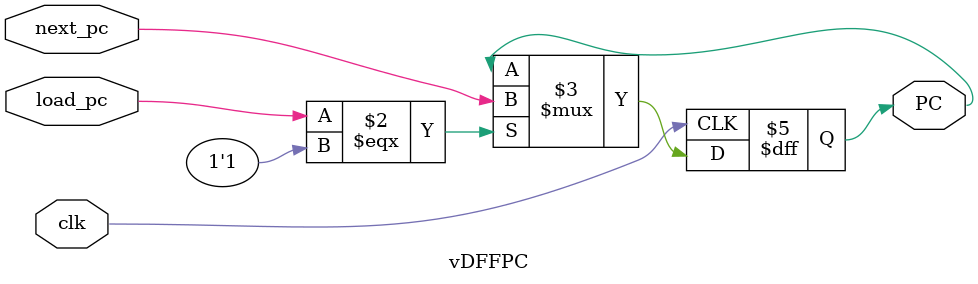
<source format=v>

`define RN 3'b100
`define RD 3'b010
`define RM 3'b001

module cpu(clk,
           reset,
           write_data,
           N,
           V,
           Z,
           w,
           mem_addr,
           mem_cmd,
           read_data);
  input clk, reset;
  output N, V, Z, w;
  // Do not change above this line.
  
  // instruction decoder stuff
  wire [15:0] instruction,sximm5, sximm8;
  wire [2:0] nsel,  opcode, readnum, writenum;
  wire [1:0] ALUop, op, shift;
  
  // datapath wires
  wire [3:0] vsel;
  wire [15:0] mdata;
  wire [8:0] PC;
  wire write, loada, loadb, loadc, loads, asel, bsel;
  
  //Lab7 FSM new stuff
  output [8:0] mem_addr;
  output [1:0] mem_cmd;
  output [15:0] write_data;
  input [15:0] read_data;
  wire load_pc, load_ir, reset_pc, addr_sel, m_cmd;
  wire load_addr;
  
  //Data Address declarations
  wire [8:0] dataAddressOut;
 
  //set to zero for lab6 only
  
  // Datapath instantiation with dot notation
  datapath DP(
  .clk(clk),
  .readnum(readnum),
  .vsel(vsel),
  .loada(loada),
  .loadb(loadb),
  .shift(shift),
  .asel(asel),
  .bsel(bsel),
  .ALUop(ALUop),
  .loadc(loadc),
  .loads(loads),
  .writenum(writenum),
  .write(write),
  .datapath_in(sximm8),
  .sximm5(sximm5),
  .mdata(read_data),
  .PC(PC),
  .Z_out(Z),
  .V_out(V),
  .N_out(N),
  .datapath_out(write_data));
  
  // Instruction register without dot notation
  regLoad #(16) instructionRegister(clk, load_ir, read_data, instruction);
  
  // Instruction decoder instantiation with dot notation
  instructionDecoder instructionDecoded(
  .nsel(nsel),
  .instruction(instruction),
  .ALUop(ALUop),
  .sximm5(sximm5),
  .sximm8(sximm8),
  .readnum(readnum),
  .writenum(writenum),
  .opcode(opcode),
  .op(op),
  .shift(shift));

  // Instantiates the datapath controller FSM using dot notation
  InstructionSM FSM(.clk(clk),
                     .reset(reset),
                    .w(w), 		//May also have to delete unsure
                     .nsel(nsel),
                     .loada(loada),
                     .loadb(loadb),
                     .loadc(loadc),
                     .loads(loads),
                     .vsel(vsel),
                     .write(write),
                     .opcode(opcode),
                     .op(op),
                     .asel(asel),
                    .bsel(bsel),      
                    .addr_sel(addr_sel),
                    .load_pc(load_pc),
                    .reset_pc(reset_pc),
                    .load_ir(load_ir),
                    .m_cmd(mem_cmd),
                    .load_addr(load_addr)
                   );
  
  //Instantiates entire Program Counter, which includes the adding and the mux
  ProgramCounter #(9) pc(clk, reset_pc, load_pc, PC);
  
  //Data Address vDFF
  regLoad #(9) dataAddress(clk, load_addr, write_data[8:0], dataAddressOut);
  
  //takes output of Program Counter and 0's and mux them based on addr_sel
  assign mem_addr = addr_sel ? PC : dataAddressOut;

  
endmodule
  
  
  module instructionDecoder(nsel, instruction, ALUop, sximm5, sximm8, readnum, writenum, opcode, op, shift);
    input [15:0] instruction;
    input[2:0] nsel;
    output [1:0] ALUop, op, shift;
    output[2:0] opcode, readnum, writenum;
    output[15:0] sximm5, sximm8;
    
    // Determines readnum based on which register is selected by nsel: Rd, Rn, or Rm
    Mux3 #(3) regNum(instruction[2:0], instruction[7:5], instruction[10:8], nsel, readnum);
    // Since writenum is the same as readnum, we assign them together
    assign writenum = readnum;
    // The ALU operation is bits 12 and 11 no matter what category of operation we're in, so we feed it directly into the ALU
    assign ALUop   = instruction[12:11];
    // The shift is set directly by bits 4 and 3 of the instruction
    assign shift   = instruction[4:3];
    // sximm5 is the 16 bit sign extended version of the first 5 bits of instruction
    assign sximm5  = {{11{instruction[4]}}, instruction[4:0]};
    // sximm8 is the 16 bit sign extended version of the first 8 bits of instruction
    assign sximm8  = {{8{instruction[7]}}, instruction[7:0]};
    // The opcode is the category of operation
    assign opcode  = instruction[15:13];
    // The op determines the operation within the category given by opcode
    assign op = instruction[12:11];
    
    
  endmodule
    
    // multiplexer 3 inputs, one-hot select, variable width input/output
    module Mux3(r0, r1, r2, sel, out);
      parameter n = 1;
      input [n-1:0] r0, r1, r2;
      input [2:0] sel;
      output [n-1:0] out;
      reg [n-1:0] out;
      
      // using basis from SS6 slide 21, always block for output of mux based on one-hot sel
      always @(*) begin
        case(sel) // case statement is based on the one-hot select signal
          3'b001: out  = r0;
          3'b010: out  = r1;
          3'b100: out  = r2;
          default: out = {n{1'bx}}; // default is a output of all "don't cares" for debugging purposes
        endcase
      end
    endmodule


//PROGRAM COUNTER 
module ProgramCounter(clk, reset_pc, load_pc, PC) ;
  parameter n=5 ;
  input reset_pc, clk ; // reset and clock
  output [n-1:0] PC ;
  input load_pc;
  wire [n-1:0] next_pc;

  assign next_pc = reset_pc ? 9'b0 : PC + 1'b1;

  vDFFPC #(n) counter(clk, load_pc, next_pc, PC) ;
endmodule

// FLIP FLOP MODULE FOR THE PC COUNTER 
module vDFFPC (clk, load_pc, next_pc, PC);
  parameter n = 1; // width
  input clk, load_pc; 
  input [n-1:0] next_pc;
  output reg [n-1:0] PC;
  
  always @(posedge clk) begin
      if (load_pc === 1)
        PC <= next_pc;
  end
endmodule
  

</source>
